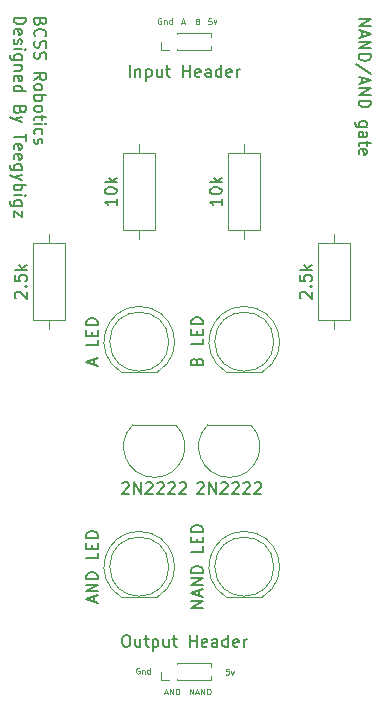
<source format=gbr>
%TF.GenerationSoftware,KiCad,Pcbnew,(5.1.10)-1*%
%TF.CreationDate,2021-11-19T11:23:01-05:00*%
%TF.ProjectId,N AND gate,4e20414e-4420-4676-9174-652e6b696361,rev?*%
%TF.SameCoordinates,Original*%
%TF.FileFunction,Legend,Top*%
%TF.FilePolarity,Positive*%
%FSLAX46Y46*%
G04 Gerber Fmt 4.6, Leading zero omitted, Abs format (unit mm)*
G04 Created by KiCad (PCBNEW (5.1.10)-1) date 2021-11-19 11:23:01*
%MOMM*%
%LPD*%
G01*
G04 APERTURE LIST*
%ADD10C,0.150000*%
%ADD11C,0.100000*%
%ADD12C,0.120000*%
G04 APERTURE END LIST*
D10*
X186237619Y-61595714D02*
X187237619Y-61595714D01*
X186237619Y-62167142D01*
X187237619Y-62167142D01*
X186523333Y-62595714D02*
X186523333Y-63071904D01*
X186237619Y-62500476D02*
X187237619Y-62833809D01*
X186237619Y-63167142D01*
X186237619Y-63500476D02*
X187237619Y-63500476D01*
X186237619Y-64071904D01*
X187237619Y-64071904D01*
X186237619Y-64548095D02*
X187237619Y-64548095D01*
X187237619Y-64786190D01*
X187190000Y-64929047D01*
X187094761Y-65024285D01*
X186999523Y-65071904D01*
X186809047Y-65119523D01*
X186666190Y-65119523D01*
X186475714Y-65071904D01*
X186380476Y-65024285D01*
X186285238Y-64929047D01*
X186237619Y-64786190D01*
X186237619Y-64548095D01*
X187285238Y-66262380D02*
X185999523Y-65405238D01*
X186523333Y-66548095D02*
X186523333Y-67024285D01*
X186237619Y-66452857D02*
X187237619Y-66786190D01*
X186237619Y-67119523D01*
X186237619Y-67452857D02*
X187237619Y-67452857D01*
X186237619Y-68024285D01*
X187237619Y-68024285D01*
X186237619Y-68500476D02*
X187237619Y-68500476D01*
X187237619Y-68738571D01*
X187190000Y-68881428D01*
X187094761Y-68976666D01*
X186999523Y-69024285D01*
X186809047Y-69071904D01*
X186666190Y-69071904D01*
X186475714Y-69024285D01*
X186380476Y-68976666D01*
X186285238Y-68881428D01*
X186237619Y-68738571D01*
X186237619Y-68500476D01*
X186904285Y-70690952D02*
X186094761Y-70690952D01*
X185999523Y-70643333D01*
X185951904Y-70595714D01*
X185904285Y-70500476D01*
X185904285Y-70357619D01*
X185951904Y-70262380D01*
X186285238Y-70690952D02*
X186237619Y-70595714D01*
X186237619Y-70405238D01*
X186285238Y-70310000D01*
X186332857Y-70262380D01*
X186428095Y-70214761D01*
X186713809Y-70214761D01*
X186809047Y-70262380D01*
X186856666Y-70310000D01*
X186904285Y-70405238D01*
X186904285Y-70595714D01*
X186856666Y-70690952D01*
X186237619Y-71595714D02*
X186761428Y-71595714D01*
X186856666Y-71548095D01*
X186904285Y-71452857D01*
X186904285Y-71262380D01*
X186856666Y-71167142D01*
X186285238Y-71595714D02*
X186237619Y-71500476D01*
X186237619Y-71262380D01*
X186285238Y-71167142D01*
X186380476Y-71119523D01*
X186475714Y-71119523D01*
X186570952Y-71167142D01*
X186618571Y-71262380D01*
X186618571Y-71500476D01*
X186666190Y-71595714D01*
X186904285Y-71929047D02*
X186904285Y-72310000D01*
X187237619Y-72071904D02*
X186380476Y-72071904D01*
X186285238Y-72119523D01*
X186237619Y-72214761D01*
X186237619Y-72310000D01*
X186285238Y-73024285D02*
X186237619Y-72929047D01*
X186237619Y-72738571D01*
X186285238Y-72643333D01*
X186380476Y-72595714D01*
X186761428Y-72595714D01*
X186856666Y-72643333D01*
X186904285Y-72738571D01*
X186904285Y-72929047D01*
X186856666Y-73024285D01*
X186761428Y-73071904D01*
X186666190Y-73071904D01*
X186570952Y-72595714D01*
X159275221Y-61815349D02*
X159227602Y-61958206D01*
X159179983Y-62005825D01*
X159084745Y-62053444D01*
X158941888Y-62053444D01*
X158846650Y-62005825D01*
X158799031Y-61958206D01*
X158751412Y-61862968D01*
X158751412Y-61482016D01*
X159751412Y-61482016D01*
X159751412Y-61815349D01*
X159703793Y-61910587D01*
X159656173Y-61958206D01*
X159560935Y-62005825D01*
X159465697Y-62005825D01*
X159370459Y-61958206D01*
X159322840Y-61910587D01*
X159275221Y-61815349D01*
X159275221Y-61482016D01*
X158846650Y-63053444D02*
X158799031Y-63005825D01*
X158751412Y-62862968D01*
X158751412Y-62767730D01*
X158799031Y-62624873D01*
X158894269Y-62529635D01*
X158989507Y-62482016D01*
X159179983Y-62434397D01*
X159322840Y-62434397D01*
X159513316Y-62482016D01*
X159608554Y-62529635D01*
X159703793Y-62624873D01*
X159751412Y-62767730D01*
X159751412Y-62862968D01*
X159703793Y-63005825D01*
X159656173Y-63053444D01*
X158799031Y-63434397D02*
X158751412Y-63577254D01*
X158751412Y-63815349D01*
X158799031Y-63910587D01*
X158846650Y-63958206D01*
X158941888Y-64005825D01*
X159037126Y-64005825D01*
X159132364Y-63958206D01*
X159179983Y-63910587D01*
X159227602Y-63815349D01*
X159275221Y-63624873D01*
X159322840Y-63529635D01*
X159370459Y-63482016D01*
X159465697Y-63434397D01*
X159560935Y-63434397D01*
X159656173Y-63482016D01*
X159703793Y-63529635D01*
X159751412Y-63624873D01*
X159751412Y-63862968D01*
X159703793Y-64005825D01*
X158799031Y-64386778D02*
X158751412Y-64529635D01*
X158751412Y-64767730D01*
X158799031Y-64862968D01*
X158846650Y-64910587D01*
X158941888Y-64958206D01*
X159037126Y-64958206D01*
X159132364Y-64910587D01*
X159179983Y-64862968D01*
X159227602Y-64767730D01*
X159275221Y-64577254D01*
X159322840Y-64482016D01*
X159370459Y-64434397D01*
X159465697Y-64386778D01*
X159560935Y-64386778D01*
X159656173Y-64434397D01*
X159703793Y-64482016D01*
X159751412Y-64577254D01*
X159751412Y-64815349D01*
X159703793Y-64958206D01*
X158751412Y-66720111D02*
X159227602Y-66386778D01*
X158751412Y-66148682D02*
X159751412Y-66148682D01*
X159751412Y-66529635D01*
X159703793Y-66624873D01*
X159656173Y-66672492D01*
X159560935Y-66720111D01*
X159418078Y-66720111D01*
X159322840Y-66672492D01*
X159275221Y-66624873D01*
X159227602Y-66529635D01*
X159227602Y-66148682D01*
X158751412Y-67291540D02*
X158799031Y-67196301D01*
X158846650Y-67148682D01*
X158941888Y-67101063D01*
X159227602Y-67101063D01*
X159322840Y-67148682D01*
X159370459Y-67196301D01*
X159418078Y-67291540D01*
X159418078Y-67434397D01*
X159370459Y-67529635D01*
X159322840Y-67577254D01*
X159227602Y-67624873D01*
X158941888Y-67624873D01*
X158846650Y-67577254D01*
X158799031Y-67529635D01*
X158751412Y-67434397D01*
X158751412Y-67291540D01*
X158751412Y-68053444D02*
X159751412Y-68053444D01*
X159370459Y-68053444D02*
X159418078Y-68148682D01*
X159418078Y-68339159D01*
X159370459Y-68434397D01*
X159322840Y-68482016D01*
X159227602Y-68529635D01*
X158941888Y-68529635D01*
X158846650Y-68482016D01*
X158799031Y-68434397D01*
X158751412Y-68339159D01*
X158751412Y-68148682D01*
X158799031Y-68053444D01*
X158751412Y-69101063D02*
X158799031Y-69005825D01*
X158846650Y-68958206D01*
X158941888Y-68910587D01*
X159227602Y-68910587D01*
X159322840Y-68958206D01*
X159370459Y-69005825D01*
X159418078Y-69101063D01*
X159418078Y-69243920D01*
X159370459Y-69339159D01*
X159322840Y-69386778D01*
X159227602Y-69434397D01*
X158941888Y-69434397D01*
X158846650Y-69386778D01*
X158799031Y-69339159D01*
X158751412Y-69243920D01*
X158751412Y-69101063D01*
X159418078Y-69720111D02*
X159418078Y-70101063D01*
X159751412Y-69862968D02*
X158894269Y-69862968D01*
X158799031Y-69910587D01*
X158751412Y-70005825D01*
X158751412Y-70101063D01*
X158751412Y-70434397D02*
X159418078Y-70434397D01*
X159751412Y-70434397D02*
X159703793Y-70386778D01*
X159656173Y-70434397D01*
X159703793Y-70482016D01*
X159751412Y-70434397D01*
X159656173Y-70434397D01*
X158799031Y-71339159D02*
X158751412Y-71243920D01*
X158751412Y-71053444D01*
X158799031Y-70958206D01*
X158846650Y-70910587D01*
X158941888Y-70862968D01*
X159227602Y-70862968D01*
X159322840Y-70910587D01*
X159370459Y-70958206D01*
X159418078Y-71053444D01*
X159418078Y-71243920D01*
X159370459Y-71339159D01*
X158799031Y-71720111D02*
X158751412Y-71815349D01*
X158751412Y-72005825D01*
X158799031Y-72101063D01*
X158894269Y-72148682D01*
X158941888Y-72148682D01*
X159037126Y-72101063D01*
X159084745Y-72005825D01*
X159084745Y-71862968D01*
X159132364Y-71767730D01*
X159227602Y-71720111D01*
X159275221Y-71720111D01*
X159370459Y-71767730D01*
X159418078Y-71862968D01*
X159418078Y-72005825D01*
X159370459Y-72101063D01*
X157027619Y-61469047D02*
X158027619Y-61469047D01*
X158027619Y-61707142D01*
X157980000Y-61850000D01*
X157884761Y-61945238D01*
X157789523Y-61992857D01*
X157599047Y-62040476D01*
X157456190Y-62040476D01*
X157265714Y-61992857D01*
X157170476Y-61945238D01*
X157075238Y-61850000D01*
X157027619Y-61707142D01*
X157027619Y-61469047D01*
X157075238Y-62850000D02*
X157027619Y-62754761D01*
X157027619Y-62564285D01*
X157075238Y-62469047D01*
X157170476Y-62421428D01*
X157551428Y-62421428D01*
X157646666Y-62469047D01*
X157694285Y-62564285D01*
X157694285Y-62754761D01*
X157646666Y-62850000D01*
X157551428Y-62897619D01*
X157456190Y-62897619D01*
X157360952Y-62421428D01*
X157075238Y-63278571D02*
X157027619Y-63373809D01*
X157027619Y-63564285D01*
X157075238Y-63659523D01*
X157170476Y-63707142D01*
X157218095Y-63707142D01*
X157313333Y-63659523D01*
X157360952Y-63564285D01*
X157360952Y-63421428D01*
X157408571Y-63326190D01*
X157503809Y-63278571D01*
X157551428Y-63278571D01*
X157646666Y-63326190D01*
X157694285Y-63421428D01*
X157694285Y-63564285D01*
X157646666Y-63659523D01*
X157027619Y-64135714D02*
X157694285Y-64135714D01*
X158027619Y-64135714D02*
X157980000Y-64088095D01*
X157932380Y-64135714D01*
X157980000Y-64183333D01*
X158027619Y-64135714D01*
X157932380Y-64135714D01*
X157694285Y-65040476D02*
X156884761Y-65040476D01*
X156789523Y-64992857D01*
X156741904Y-64945238D01*
X156694285Y-64850000D01*
X156694285Y-64707142D01*
X156741904Y-64611904D01*
X157075238Y-65040476D02*
X157027619Y-64945238D01*
X157027619Y-64754761D01*
X157075238Y-64659523D01*
X157122857Y-64611904D01*
X157218095Y-64564285D01*
X157503809Y-64564285D01*
X157599047Y-64611904D01*
X157646666Y-64659523D01*
X157694285Y-64754761D01*
X157694285Y-64945238D01*
X157646666Y-65040476D01*
X157694285Y-65516666D02*
X157027619Y-65516666D01*
X157599047Y-65516666D02*
X157646666Y-65564285D01*
X157694285Y-65659523D01*
X157694285Y-65802380D01*
X157646666Y-65897619D01*
X157551428Y-65945238D01*
X157027619Y-65945238D01*
X157075238Y-66802380D02*
X157027619Y-66707142D01*
X157027619Y-66516666D01*
X157075238Y-66421428D01*
X157170476Y-66373809D01*
X157551428Y-66373809D01*
X157646666Y-66421428D01*
X157694285Y-66516666D01*
X157694285Y-66707142D01*
X157646666Y-66802380D01*
X157551428Y-66850000D01*
X157456190Y-66850000D01*
X157360952Y-66373809D01*
X157027619Y-67707142D02*
X158027619Y-67707142D01*
X157075238Y-67707142D02*
X157027619Y-67611904D01*
X157027619Y-67421428D01*
X157075238Y-67326190D01*
X157122857Y-67278571D01*
X157218095Y-67230952D01*
X157503809Y-67230952D01*
X157599047Y-67278571D01*
X157646666Y-67326190D01*
X157694285Y-67421428D01*
X157694285Y-67611904D01*
X157646666Y-67707142D01*
X157551428Y-69278571D02*
X157503809Y-69421428D01*
X157456190Y-69469047D01*
X157360952Y-69516666D01*
X157218095Y-69516666D01*
X157122857Y-69469047D01*
X157075238Y-69421428D01*
X157027619Y-69326190D01*
X157027619Y-68945238D01*
X158027619Y-68945238D01*
X158027619Y-69278571D01*
X157980000Y-69373809D01*
X157932380Y-69421428D01*
X157837142Y-69469047D01*
X157741904Y-69469047D01*
X157646666Y-69421428D01*
X157599047Y-69373809D01*
X157551428Y-69278571D01*
X157551428Y-68945238D01*
X157694285Y-69850000D02*
X157027619Y-70088095D01*
X157694285Y-70326190D02*
X157027619Y-70088095D01*
X156789523Y-69992857D01*
X156741904Y-69945238D01*
X156694285Y-69850000D01*
X158027619Y-71326190D02*
X158027619Y-71897619D01*
X157027619Y-71611904D02*
X158027619Y-71611904D01*
X157075238Y-72611904D02*
X157027619Y-72516666D01*
X157027619Y-72326190D01*
X157075238Y-72230952D01*
X157170476Y-72183333D01*
X157551428Y-72183333D01*
X157646666Y-72230952D01*
X157694285Y-72326190D01*
X157694285Y-72516666D01*
X157646666Y-72611904D01*
X157551428Y-72659523D01*
X157456190Y-72659523D01*
X157360952Y-72183333D01*
X157075238Y-73469047D02*
X157027619Y-73373809D01*
X157027619Y-73183333D01*
X157075238Y-73088095D01*
X157170476Y-73040476D01*
X157551428Y-73040476D01*
X157646666Y-73088095D01*
X157694285Y-73183333D01*
X157694285Y-73373809D01*
X157646666Y-73469047D01*
X157551428Y-73516666D01*
X157456190Y-73516666D01*
X157360952Y-73040476D01*
X157694285Y-74373809D02*
X156884761Y-74373809D01*
X156789523Y-74326190D01*
X156741904Y-74278571D01*
X156694285Y-74183333D01*
X156694285Y-74040476D01*
X156741904Y-73945238D01*
X157075238Y-74373809D02*
X157027619Y-74278571D01*
X157027619Y-74088095D01*
X157075238Y-73992857D01*
X157122857Y-73945238D01*
X157218095Y-73897619D01*
X157503809Y-73897619D01*
X157599047Y-73945238D01*
X157646666Y-73992857D01*
X157694285Y-74088095D01*
X157694285Y-74278571D01*
X157646666Y-74373809D01*
X157694285Y-74754761D02*
X157027619Y-74992857D01*
X157694285Y-75230952D02*
X157027619Y-74992857D01*
X156789523Y-74897619D01*
X156741904Y-74850000D01*
X156694285Y-74754761D01*
X157027619Y-75611904D02*
X158027619Y-75611904D01*
X157646666Y-75611904D02*
X157694285Y-75707142D01*
X157694285Y-75897619D01*
X157646666Y-75992857D01*
X157599047Y-76040476D01*
X157503809Y-76088095D01*
X157218095Y-76088095D01*
X157122857Y-76040476D01*
X157075238Y-75992857D01*
X157027619Y-75897619D01*
X157027619Y-75707142D01*
X157075238Y-75611904D01*
X157027619Y-76516666D02*
X157694285Y-76516666D01*
X158027619Y-76516666D02*
X157980000Y-76469047D01*
X157932380Y-76516666D01*
X157980000Y-76564285D01*
X158027619Y-76516666D01*
X157932380Y-76516666D01*
X157694285Y-77421428D02*
X156884761Y-77421428D01*
X156789523Y-77373809D01*
X156741904Y-77326190D01*
X156694285Y-77230952D01*
X156694285Y-77088095D01*
X156741904Y-76992857D01*
X157075238Y-77421428D02*
X157027619Y-77326190D01*
X157027619Y-77135714D01*
X157075238Y-77040476D01*
X157122857Y-76992857D01*
X157218095Y-76945238D01*
X157503809Y-76945238D01*
X157599047Y-76992857D01*
X157646666Y-77040476D01*
X157694285Y-77135714D01*
X157694285Y-77326190D01*
X157646666Y-77421428D01*
X157694285Y-77802380D02*
X157694285Y-78326190D01*
X157027619Y-77802380D01*
X157027619Y-78326190D01*
D11*
X175212825Y-116579715D02*
X174974730Y-116579715D01*
X174950920Y-116817810D01*
X174974730Y-116794001D01*
X175022349Y-116770191D01*
X175141396Y-116770191D01*
X175189015Y-116794001D01*
X175212825Y-116817810D01*
X175236634Y-116865429D01*
X175236634Y-116984477D01*
X175212825Y-117032096D01*
X175189015Y-117055905D01*
X175141396Y-117079715D01*
X175022349Y-117079715D01*
X174974730Y-117055905D01*
X174950920Y-117032096D01*
X175403301Y-116746382D02*
X175522349Y-117079715D01*
X175641396Y-116746382D01*
X171923297Y-118767783D02*
X171923297Y-118267783D01*
X172209011Y-118767783D01*
X172209011Y-118267783D01*
X172423297Y-118624926D02*
X172661392Y-118624926D01*
X172375678Y-118767783D02*
X172542345Y-118267783D01*
X172709011Y-118767783D01*
X172875678Y-118767783D02*
X172875678Y-118267783D01*
X173161392Y-118767783D01*
X173161392Y-118267783D01*
X173399487Y-118767783D02*
X173399487Y-118267783D01*
X173518535Y-118267783D01*
X173589964Y-118291593D01*
X173637583Y-118339212D01*
X173661392Y-118386831D01*
X173685202Y-118482069D01*
X173685202Y-118553497D01*
X173661392Y-118648735D01*
X173637583Y-118696354D01*
X173589964Y-118743973D01*
X173518535Y-118767783D01*
X173399487Y-118767783D01*
X169749867Y-118624926D02*
X169987962Y-118624926D01*
X169702248Y-118767783D02*
X169868915Y-118267783D01*
X170035581Y-118767783D01*
X170202248Y-118767783D02*
X170202248Y-118267783D01*
X170487962Y-118767783D01*
X170487962Y-118267783D01*
X170726058Y-118767783D02*
X170726058Y-118267783D01*
X170845105Y-118267783D01*
X170916534Y-118291593D01*
X170964153Y-118339212D01*
X170987962Y-118386831D01*
X171011772Y-118482069D01*
X171011772Y-118553497D01*
X170987962Y-118648735D01*
X170964153Y-118696354D01*
X170916534Y-118743973D01*
X170845105Y-118767783D01*
X170726058Y-118767783D01*
X167647867Y-116539218D02*
X167600248Y-116515408D01*
X167528819Y-116515408D01*
X167457391Y-116539218D01*
X167409772Y-116586837D01*
X167385962Y-116634456D01*
X167362153Y-116729694D01*
X167362153Y-116801122D01*
X167385962Y-116896360D01*
X167409772Y-116943979D01*
X167457391Y-116991598D01*
X167528819Y-117015408D01*
X167576438Y-117015408D01*
X167647867Y-116991598D01*
X167671676Y-116967789D01*
X167671676Y-116801122D01*
X167576438Y-116801122D01*
X167885962Y-116682075D02*
X167885962Y-117015408D01*
X167885962Y-116729694D02*
X167909772Y-116705884D01*
X167957391Y-116682075D01*
X168028819Y-116682075D01*
X168076438Y-116705884D01*
X168100248Y-116753503D01*
X168100248Y-117015408D01*
X168552629Y-117015408D02*
X168552629Y-116515408D01*
X168552629Y-116991598D02*
X168505010Y-117015408D01*
X168409772Y-117015408D01*
X168362153Y-116991598D01*
X168338343Y-116967789D01*
X168314534Y-116920170D01*
X168314534Y-116777313D01*
X168338343Y-116729694D01*
X168362153Y-116705884D01*
X168409772Y-116682075D01*
X168505010Y-116682075D01*
X168552629Y-116705884D01*
X173744453Y-61532702D02*
X173506358Y-61532702D01*
X173482548Y-61770797D01*
X173506358Y-61746988D01*
X173553977Y-61723178D01*
X173673024Y-61723178D01*
X173720643Y-61746988D01*
X173744453Y-61770797D01*
X173768262Y-61818416D01*
X173768262Y-61937464D01*
X173744453Y-61985083D01*
X173720643Y-62008892D01*
X173673024Y-62032702D01*
X173553977Y-62032702D01*
X173506358Y-62008892D01*
X173482548Y-61985083D01*
X173934929Y-61699369D02*
X174053977Y-62032702D01*
X174173024Y-61699369D01*
X172620659Y-61782090D02*
X172692087Y-61805900D01*
X172715897Y-61829709D01*
X172739706Y-61877328D01*
X172739706Y-61948757D01*
X172715897Y-61996376D01*
X172692087Y-62020185D01*
X172644468Y-62043995D01*
X172453992Y-62043995D01*
X172453992Y-61543995D01*
X172620659Y-61543995D01*
X172668278Y-61567805D01*
X172692087Y-61591614D01*
X172715897Y-61639233D01*
X172715897Y-61686852D01*
X172692087Y-61734471D01*
X172668278Y-61758281D01*
X172620659Y-61782090D01*
X172453992Y-61782090D01*
X171246254Y-61878552D02*
X171484349Y-61878552D01*
X171198635Y-62021409D02*
X171365302Y-61521409D01*
X171531968Y-62021409D01*
X169496733Y-61522633D02*
X169449114Y-61498823D01*
X169377685Y-61498823D01*
X169306257Y-61522633D01*
X169258638Y-61570252D01*
X169234828Y-61617871D01*
X169211019Y-61713109D01*
X169211019Y-61784537D01*
X169234828Y-61879775D01*
X169258638Y-61927394D01*
X169306257Y-61975013D01*
X169377685Y-61998823D01*
X169425304Y-61998823D01*
X169496733Y-61975013D01*
X169520542Y-61951204D01*
X169520542Y-61784537D01*
X169425304Y-61784537D01*
X169734828Y-61665490D02*
X169734828Y-61998823D01*
X169734828Y-61713109D02*
X169758638Y-61689299D01*
X169806257Y-61665490D01*
X169877685Y-61665490D01*
X169925304Y-61689299D01*
X169949114Y-61736918D01*
X169949114Y-61998823D01*
X170401495Y-61998823D02*
X170401495Y-61498823D01*
X170401495Y-61975013D02*
X170353876Y-61998823D01*
X170258638Y-61998823D01*
X170211019Y-61975013D01*
X170187209Y-61951204D01*
X170163400Y-61903585D01*
X170163400Y-61760728D01*
X170187209Y-61713109D01*
X170211019Y-61689299D01*
X170258638Y-61665490D01*
X170353876Y-61665490D01*
X170401495Y-61689299D01*
D12*
%TO.C,NAND LED*%
X174985000Y-110510000D02*
X178075000Y-110510000D01*
X179030000Y-107950000D02*
G75*
G03*
X179030000Y-107950000I-2500000J0D01*
G01*
X176529538Y-104960000D02*
G75*
G02*
X178074830Y-110510000I462J-2990000D01*
G01*
X176530462Y-104960000D02*
G75*
G03*
X174985170Y-110510000I-462J-2990000D01*
G01*
%TO.C,AND LED*%
X166095000Y-110510000D02*
X169185000Y-110510000D01*
X170140000Y-107950000D02*
G75*
G03*
X170140000Y-107950000I-2500000J0D01*
G01*
X167639538Y-104960000D02*
G75*
G02*
X169184830Y-110510000I462J-2990000D01*
G01*
X167640462Y-104960000D02*
G75*
G03*
X166095170Y-110510000I-462J-2990000D01*
G01*
%TO.C,Output Header*%
X169495000Y-117535000D02*
X169495000Y-116840000D01*
X170180000Y-117535000D02*
X169495000Y-117535000D01*
X170865000Y-116231724D02*
X170865000Y-116145000D01*
X170865000Y-117535000D02*
X170865000Y-117448276D01*
X170865000Y-116145000D02*
X173740000Y-116145000D01*
X170865000Y-117535000D02*
X173740000Y-117535000D01*
X173740000Y-116445507D02*
X173740000Y-116145000D01*
X173740000Y-117535000D02*
X173740000Y-117234493D01*
%TO.C,Input Header*%
X169495000Y-64195000D02*
X169495000Y-63500000D01*
X170180000Y-64195000D02*
X169495000Y-64195000D01*
X170865000Y-62891724D02*
X170865000Y-62805000D01*
X170865000Y-64195000D02*
X170865000Y-64108276D01*
X170865000Y-62805000D02*
X173740000Y-62805000D01*
X170865000Y-64195000D02*
X173740000Y-64195000D01*
X173740000Y-63105507D02*
X173740000Y-62805000D01*
X173740000Y-64195000D02*
X173740000Y-63894493D01*
%TO.C,2.5k*%
X184150000Y-79780000D02*
X184150000Y-80550000D01*
X184150000Y-87860000D02*
X184150000Y-87090000D01*
X182780000Y-80550000D02*
X182780000Y-87090000D01*
X185520000Y-80550000D02*
X182780000Y-80550000D01*
X185520000Y-87090000D02*
X185520000Y-80550000D01*
X182780000Y-87090000D02*
X185520000Y-87090000D01*
X160020000Y-79780000D02*
X160020000Y-80550000D01*
X160020000Y-87860000D02*
X160020000Y-87090000D01*
X158650000Y-80550000D02*
X158650000Y-87090000D01*
X161390000Y-80550000D02*
X158650000Y-80550000D01*
X161390000Y-87090000D02*
X161390000Y-80550000D01*
X158650000Y-87090000D02*
X161390000Y-87090000D01*
%TO.C,10k*%
X167640000Y-72160000D02*
X167640000Y-72930000D01*
X167640000Y-80240000D02*
X167640000Y-79470000D01*
X166270000Y-72930000D02*
X166270000Y-79470000D01*
X169010000Y-72930000D02*
X166270000Y-72930000D01*
X169010000Y-79470000D02*
X169010000Y-72930000D01*
X166270000Y-79470000D02*
X169010000Y-79470000D01*
X176530000Y-72160000D02*
X176530000Y-72930000D01*
X176530000Y-80240000D02*
X176530000Y-79470000D01*
X175160000Y-72930000D02*
X175160000Y-79470000D01*
X177900000Y-72930000D02*
X175160000Y-72930000D01*
X177900000Y-79470000D02*
X177900000Y-72930000D01*
X175160000Y-79470000D02*
X177900000Y-79470000D01*
%TO.C,A LED*%
X166095000Y-91460000D02*
X169185000Y-91460000D01*
X170140000Y-88900000D02*
G75*
G03*
X170140000Y-88900000I-2500000J0D01*
G01*
X167639538Y-85910000D02*
G75*
G02*
X169184830Y-91460000I462J-2990000D01*
G01*
X167640462Y-85910000D02*
G75*
G03*
X166095170Y-91460000I-462J-2990000D01*
G01*
%TO.C,B LED*%
X174985000Y-91460000D02*
X178075000Y-91460000D01*
X179030000Y-88900000D02*
G75*
G03*
X179030000Y-88900000I-2500000J0D01*
G01*
X176529538Y-85910000D02*
G75*
G02*
X178074830Y-91460000I462J-2990000D01*
G01*
X176530462Y-85910000D02*
G75*
G03*
X174985170Y-91460000I-462J-2990000D01*
G01*
%TO.C,2N2222*%
X170710000Y-95940000D02*
X167110000Y-95940000D01*
X167071522Y-95951522D02*
G75*
G03*
X168910000Y-100390000I1838478J-1838478D01*
G01*
X170748478Y-95951522D02*
G75*
G02*
X168910000Y-100390000I-1838478J-1838478D01*
G01*
X177060000Y-95940000D02*
X173460000Y-95940000D01*
X173421522Y-95951522D02*
G75*
G03*
X175260000Y-100390000I1838478J-1838478D01*
G01*
X177098478Y-95951522D02*
G75*
G02*
X175260000Y-100390000I-1838478J-1838478D01*
G01*
%TO.C,NAND LED*%
D10*
X173022380Y-111426190D02*
X172022380Y-111426190D01*
X173022380Y-110854761D01*
X172022380Y-110854761D01*
X172736666Y-110426190D02*
X172736666Y-109950000D01*
X173022380Y-110521428D02*
X172022380Y-110188095D01*
X173022380Y-109854761D01*
X173022380Y-109521428D02*
X172022380Y-109521428D01*
X173022380Y-108950000D01*
X172022380Y-108950000D01*
X173022380Y-108473809D02*
X172022380Y-108473809D01*
X172022380Y-108235714D01*
X172070000Y-108092857D01*
X172165238Y-107997619D01*
X172260476Y-107950000D01*
X172450952Y-107902380D01*
X172593809Y-107902380D01*
X172784285Y-107950000D01*
X172879523Y-107997619D01*
X172974761Y-108092857D01*
X173022380Y-108235714D01*
X173022380Y-108473809D01*
X173022380Y-106235714D02*
X173022380Y-106711904D01*
X172022380Y-106711904D01*
X172498571Y-105902380D02*
X172498571Y-105569047D01*
X173022380Y-105426190D02*
X173022380Y-105902380D01*
X172022380Y-105902380D01*
X172022380Y-105426190D01*
X173022380Y-104997619D02*
X172022380Y-104997619D01*
X172022380Y-104759523D01*
X172070000Y-104616666D01*
X172165238Y-104521428D01*
X172260476Y-104473809D01*
X172450952Y-104426190D01*
X172593809Y-104426190D01*
X172784285Y-104473809D01*
X172879523Y-104521428D01*
X172974761Y-104616666D01*
X173022380Y-104759523D01*
X173022380Y-104997619D01*
%TO.C,AND LED*%
X163846666Y-110950000D02*
X163846666Y-110473809D01*
X164132380Y-111045238D02*
X163132380Y-110711904D01*
X164132380Y-110378571D01*
X164132380Y-110045238D02*
X163132380Y-110045238D01*
X164132380Y-109473809D01*
X163132380Y-109473809D01*
X164132380Y-108997619D02*
X163132380Y-108997619D01*
X163132380Y-108759523D01*
X163180000Y-108616666D01*
X163275238Y-108521428D01*
X163370476Y-108473809D01*
X163560952Y-108426190D01*
X163703809Y-108426190D01*
X163894285Y-108473809D01*
X163989523Y-108521428D01*
X164084761Y-108616666D01*
X164132380Y-108759523D01*
X164132380Y-108997619D01*
X164132380Y-106759523D02*
X164132380Y-107235714D01*
X163132380Y-107235714D01*
X163608571Y-106426190D02*
X163608571Y-106092857D01*
X164132380Y-105950000D02*
X164132380Y-106426190D01*
X163132380Y-106426190D01*
X163132380Y-105950000D01*
X164132380Y-105521428D02*
X163132380Y-105521428D01*
X163132380Y-105283333D01*
X163180000Y-105140476D01*
X163275238Y-105045238D01*
X163370476Y-104997619D01*
X163560952Y-104950000D01*
X163703809Y-104950000D01*
X163894285Y-104997619D01*
X163989523Y-105045238D01*
X164084761Y-105140476D01*
X164132380Y-105283333D01*
X164132380Y-105521428D01*
%TO.C,Output Header*%
X166450000Y-113752380D02*
X166640476Y-113752380D01*
X166735714Y-113800000D01*
X166830952Y-113895238D01*
X166878571Y-114085714D01*
X166878571Y-114419047D01*
X166830952Y-114609523D01*
X166735714Y-114704761D01*
X166640476Y-114752380D01*
X166450000Y-114752380D01*
X166354761Y-114704761D01*
X166259523Y-114609523D01*
X166211904Y-114419047D01*
X166211904Y-114085714D01*
X166259523Y-113895238D01*
X166354761Y-113800000D01*
X166450000Y-113752380D01*
X167735714Y-114085714D02*
X167735714Y-114752380D01*
X167307142Y-114085714D02*
X167307142Y-114609523D01*
X167354761Y-114704761D01*
X167450000Y-114752380D01*
X167592857Y-114752380D01*
X167688095Y-114704761D01*
X167735714Y-114657142D01*
X168069047Y-114085714D02*
X168450000Y-114085714D01*
X168211904Y-113752380D02*
X168211904Y-114609523D01*
X168259523Y-114704761D01*
X168354761Y-114752380D01*
X168450000Y-114752380D01*
X168783333Y-114085714D02*
X168783333Y-115085714D01*
X168783333Y-114133333D02*
X168878571Y-114085714D01*
X169069047Y-114085714D01*
X169164285Y-114133333D01*
X169211904Y-114180952D01*
X169259523Y-114276190D01*
X169259523Y-114561904D01*
X169211904Y-114657142D01*
X169164285Y-114704761D01*
X169069047Y-114752380D01*
X168878571Y-114752380D01*
X168783333Y-114704761D01*
X170116666Y-114085714D02*
X170116666Y-114752380D01*
X169688095Y-114085714D02*
X169688095Y-114609523D01*
X169735714Y-114704761D01*
X169830952Y-114752380D01*
X169973809Y-114752380D01*
X170069047Y-114704761D01*
X170116666Y-114657142D01*
X170450000Y-114085714D02*
X170830952Y-114085714D01*
X170592857Y-113752380D02*
X170592857Y-114609523D01*
X170640476Y-114704761D01*
X170735714Y-114752380D01*
X170830952Y-114752380D01*
X171926190Y-114752380D02*
X171926190Y-113752380D01*
X171926190Y-114228571D02*
X172497619Y-114228571D01*
X172497619Y-114752380D02*
X172497619Y-113752380D01*
X173354761Y-114704761D02*
X173259523Y-114752380D01*
X173069047Y-114752380D01*
X172973809Y-114704761D01*
X172926190Y-114609523D01*
X172926190Y-114228571D01*
X172973809Y-114133333D01*
X173069047Y-114085714D01*
X173259523Y-114085714D01*
X173354761Y-114133333D01*
X173402380Y-114228571D01*
X173402380Y-114323809D01*
X172926190Y-114419047D01*
X174259523Y-114752380D02*
X174259523Y-114228571D01*
X174211904Y-114133333D01*
X174116666Y-114085714D01*
X173926190Y-114085714D01*
X173830952Y-114133333D01*
X174259523Y-114704761D02*
X174164285Y-114752380D01*
X173926190Y-114752380D01*
X173830952Y-114704761D01*
X173783333Y-114609523D01*
X173783333Y-114514285D01*
X173830952Y-114419047D01*
X173926190Y-114371428D01*
X174164285Y-114371428D01*
X174259523Y-114323809D01*
X175164285Y-114752380D02*
X175164285Y-113752380D01*
X175164285Y-114704761D02*
X175069047Y-114752380D01*
X174878571Y-114752380D01*
X174783333Y-114704761D01*
X174735714Y-114657142D01*
X174688095Y-114561904D01*
X174688095Y-114276190D01*
X174735714Y-114180952D01*
X174783333Y-114133333D01*
X174878571Y-114085714D01*
X175069047Y-114085714D01*
X175164285Y-114133333D01*
X176021428Y-114704761D02*
X175926190Y-114752380D01*
X175735714Y-114752380D01*
X175640476Y-114704761D01*
X175592857Y-114609523D01*
X175592857Y-114228571D01*
X175640476Y-114133333D01*
X175735714Y-114085714D01*
X175926190Y-114085714D01*
X176021428Y-114133333D01*
X176069047Y-114228571D01*
X176069047Y-114323809D01*
X175592857Y-114419047D01*
X176497619Y-114752380D02*
X176497619Y-114085714D01*
X176497619Y-114276190D02*
X176545238Y-114180952D01*
X176592857Y-114133333D01*
X176688095Y-114085714D01*
X176783333Y-114085714D01*
%TO.C,Input Header*%
X166830952Y-66492380D02*
X166830952Y-65492380D01*
X167307142Y-65825714D02*
X167307142Y-66492380D01*
X167307142Y-65920952D02*
X167354761Y-65873333D01*
X167450000Y-65825714D01*
X167592857Y-65825714D01*
X167688095Y-65873333D01*
X167735714Y-65968571D01*
X167735714Y-66492380D01*
X168211904Y-65825714D02*
X168211904Y-66825714D01*
X168211904Y-65873333D02*
X168307142Y-65825714D01*
X168497619Y-65825714D01*
X168592857Y-65873333D01*
X168640476Y-65920952D01*
X168688095Y-66016190D01*
X168688095Y-66301904D01*
X168640476Y-66397142D01*
X168592857Y-66444761D01*
X168497619Y-66492380D01*
X168307142Y-66492380D01*
X168211904Y-66444761D01*
X169545238Y-65825714D02*
X169545238Y-66492380D01*
X169116666Y-65825714D02*
X169116666Y-66349523D01*
X169164285Y-66444761D01*
X169259523Y-66492380D01*
X169402380Y-66492380D01*
X169497619Y-66444761D01*
X169545238Y-66397142D01*
X169878571Y-65825714D02*
X170259523Y-65825714D01*
X170021428Y-65492380D02*
X170021428Y-66349523D01*
X170069047Y-66444761D01*
X170164285Y-66492380D01*
X170259523Y-66492380D01*
X171354761Y-66492380D02*
X171354761Y-65492380D01*
X171354761Y-65968571D02*
X171926190Y-65968571D01*
X171926190Y-66492380D02*
X171926190Y-65492380D01*
X172783333Y-66444761D02*
X172688095Y-66492380D01*
X172497619Y-66492380D01*
X172402380Y-66444761D01*
X172354761Y-66349523D01*
X172354761Y-65968571D01*
X172402380Y-65873333D01*
X172497619Y-65825714D01*
X172688095Y-65825714D01*
X172783333Y-65873333D01*
X172830952Y-65968571D01*
X172830952Y-66063809D01*
X172354761Y-66159047D01*
X173688095Y-66492380D02*
X173688095Y-65968571D01*
X173640476Y-65873333D01*
X173545238Y-65825714D01*
X173354761Y-65825714D01*
X173259523Y-65873333D01*
X173688095Y-66444761D02*
X173592857Y-66492380D01*
X173354761Y-66492380D01*
X173259523Y-66444761D01*
X173211904Y-66349523D01*
X173211904Y-66254285D01*
X173259523Y-66159047D01*
X173354761Y-66111428D01*
X173592857Y-66111428D01*
X173688095Y-66063809D01*
X174592857Y-66492380D02*
X174592857Y-65492380D01*
X174592857Y-66444761D02*
X174497619Y-66492380D01*
X174307142Y-66492380D01*
X174211904Y-66444761D01*
X174164285Y-66397142D01*
X174116666Y-66301904D01*
X174116666Y-66016190D01*
X174164285Y-65920952D01*
X174211904Y-65873333D01*
X174307142Y-65825714D01*
X174497619Y-65825714D01*
X174592857Y-65873333D01*
X175450000Y-66444761D02*
X175354761Y-66492380D01*
X175164285Y-66492380D01*
X175069047Y-66444761D01*
X175021428Y-66349523D01*
X175021428Y-65968571D01*
X175069047Y-65873333D01*
X175164285Y-65825714D01*
X175354761Y-65825714D01*
X175450000Y-65873333D01*
X175497619Y-65968571D01*
X175497619Y-66063809D01*
X175021428Y-66159047D01*
X175926190Y-66492380D02*
X175926190Y-65825714D01*
X175926190Y-66016190D02*
X175973809Y-65920952D01*
X176021428Y-65873333D01*
X176116666Y-65825714D01*
X176211904Y-65825714D01*
%TO.C,2.5k*%
X181327619Y-85224761D02*
X181280000Y-85177142D01*
X181232380Y-85081904D01*
X181232380Y-84843809D01*
X181280000Y-84748571D01*
X181327619Y-84700952D01*
X181422857Y-84653333D01*
X181518095Y-84653333D01*
X181660952Y-84700952D01*
X182232380Y-85272380D01*
X182232380Y-84653333D01*
X182137142Y-84224761D02*
X182184761Y-84177142D01*
X182232380Y-84224761D01*
X182184761Y-84272380D01*
X182137142Y-84224761D01*
X182232380Y-84224761D01*
X181232380Y-83272380D02*
X181232380Y-83748571D01*
X181708571Y-83796190D01*
X181660952Y-83748571D01*
X181613333Y-83653333D01*
X181613333Y-83415238D01*
X181660952Y-83320000D01*
X181708571Y-83272380D01*
X181803809Y-83224761D01*
X182041904Y-83224761D01*
X182137142Y-83272380D01*
X182184761Y-83320000D01*
X182232380Y-83415238D01*
X182232380Y-83653333D01*
X182184761Y-83748571D01*
X182137142Y-83796190D01*
X182232380Y-82796190D02*
X181232380Y-82796190D01*
X181851428Y-82700952D02*
X182232380Y-82415238D01*
X181565714Y-82415238D02*
X181946666Y-82796190D01*
X157197619Y-85224761D02*
X157150000Y-85177142D01*
X157102380Y-85081904D01*
X157102380Y-84843809D01*
X157150000Y-84748571D01*
X157197619Y-84700952D01*
X157292857Y-84653333D01*
X157388095Y-84653333D01*
X157530952Y-84700952D01*
X158102380Y-85272380D01*
X158102380Y-84653333D01*
X158007142Y-84224761D02*
X158054761Y-84177142D01*
X158102380Y-84224761D01*
X158054761Y-84272380D01*
X158007142Y-84224761D01*
X158102380Y-84224761D01*
X157102380Y-83272380D02*
X157102380Y-83748571D01*
X157578571Y-83796190D01*
X157530952Y-83748571D01*
X157483333Y-83653333D01*
X157483333Y-83415238D01*
X157530952Y-83320000D01*
X157578571Y-83272380D01*
X157673809Y-83224761D01*
X157911904Y-83224761D01*
X158007142Y-83272380D01*
X158054761Y-83320000D01*
X158102380Y-83415238D01*
X158102380Y-83653333D01*
X158054761Y-83748571D01*
X158007142Y-83796190D01*
X158102380Y-82796190D02*
X157102380Y-82796190D01*
X157721428Y-82700952D02*
X158102380Y-82415238D01*
X157435714Y-82415238D02*
X157816666Y-82796190D01*
%TO.C,10k*%
X165722380Y-76795238D02*
X165722380Y-77366666D01*
X165722380Y-77080952D02*
X164722380Y-77080952D01*
X164865238Y-77176190D01*
X164960476Y-77271428D01*
X165008095Y-77366666D01*
X164722380Y-76176190D02*
X164722380Y-76080952D01*
X164770000Y-75985714D01*
X164817619Y-75938095D01*
X164912857Y-75890476D01*
X165103333Y-75842857D01*
X165341428Y-75842857D01*
X165531904Y-75890476D01*
X165627142Y-75938095D01*
X165674761Y-75985714D01*
X165722380Y-76080952D01*
X165722380Y-76176190D01*
X165674761Y-76271428D01*
X165627142Y-76319047D01*
X165531904Y-76366666D01*
X165341428Y-76414285D01*
X165103333Y-76414285D01*
X164912857Y-76366666D01*
X164817619Y-76319047D01*
X164770000Y-76271428D01*
X164722380Y-76176190D01*
X165722380Y-75414285D02*
X164722380Y-75414285D01*
X165341428Y-75319047D02*
X165722380Y-75033333D01*
X165055714Y-75033333D02*
X165436666Y-75414285D01*
X174612380Y-76795238D02*
X174612380Y-77366666D01*
X174612380Y-77080952D02*
X173612380Y-77080952D01*
X173755238Y-77176190D01*
X173850476Y-77271428D01*
X173898095Y-77366666D01*
X173612380Y-76176190D02*
X173612380Y-76080952D01*
X173660000Y-75985714D01*
X173707619Y-75938095D01*
X173802857Y-75890476D01*
X173993333Y-75842857D01*
X174231428Y-75842857D01*
X174421904Y-75890476D01*
X174517142Y-75938095D01*
X174564761Y-75985714D01*
X174612380Y-76080952D01*
X174612380Y-76176190D01*
X174564761Y-76271428D01*
X174517142Y-76319047D01*
X174421904Y-76366666D01*
X174231428Y-76414285D01*
X173993333Y-76414285D01*
X173802857Y-76366666D01*
X173707619Y-76319047D01*
X173660000Y-76271428D01*
X173612380Y-76176190D01*
X174612380Y-75414285D02*
X173612380Y-75414285D01*
X174231428Y-75319047D02*
X174612380Y-75033333D01*
X173945714Y-75033333D02*
X174326666Y-75414285D01*
%TO.C,A LED*%
X163846666Y-90876190D02*
X163846666Y-90400000D01*
X164132380Y-90971428D02*
X163132380Y-90638095D01*
X164132380Y-90304761D01*
X164132380Y-88733333D02*
X164132380Y-89209523D01*
X163132380Y-89209523D01*
X163608571Y-88400000D02*
X163608571Y-88066666D01*
X164132380Y-87923809D02*
X164132380Y-88400000D01*
X163132380Y-88400000D01*
X163132380Y-87923809D01*
X164132380Y-87495238D02*
X163132380Y-87495238D01*
X163132380Y-87257142D01*
X163180000Y-87114285D01*
X163275238Y-87019047D01*
X163370476Y-86971428D01*
X163560952Y-86923809D01*
X163703809Y-86923809D01*
X163894285Y-86971428D01*
X163989523Y-87019047D01*
X164084761Y-87114285D01*
X164132380Y-87257142D01*
X164132380Y-87495238D01*
%TO.C,B LED*%
X172498571Y-90566666D02*
X172546190Y-90423809D01*
X172593809Y-90376190D01*
X172689047Y-90328571D01*
X172831904Y-90328571D01*
X172927142Y-90376190D01*
X172974761Y-90423809D01*
X173022380Y-90519047D01*
X173022380Y-90900000D01*
X172022380Y-90900000D01*
X172022380Y-90566666D01*
X172070000Y-90471428D01*
X172117619Y-90423809D01*
X172212857Y-90376190D01*
X172308095Y-90376190D01*
X172403333Y-90423809D01*
X172450952Y-90471428D01*
X172498571Y-90566666D01*
X172498571Y-90900000D01*
X173022380Y-88661904D02*
X173022380Y-89138095D01*
X172022380Y-89138095D01*
X172498571Y-88328571D02*
X172498571Y-87995238D01*
X173022380Y-87852380D02*
X173022380Y-88328571D01*
X172022380Y-88328571D01*
X172022380Y-87852380D01*
X173022380Y-87423809D02*
X172022380Y-87423809D01*
X172022380Y-87185714D01*
X172070000Y-87042857D01*
X172165238Y-86947619D01*
X172260476Y-86900000D01*
X172450952Y-86852380D01*
X172593809Y-86852380D01*
X172784285Y-86900000D01*
X172879523Y-86947619D01*
X172974761Y-87042857D01*
X173022380Y-87185714D01*
X173022380Y-87423809D01*
%TO.C,2N2222*%
X166195714Y-100897619D02*
X166243333Y-100850000D01*
X166338571Y-100802380D01*
X166576666Y-100802380D01*
X166671904Y-100850000D01*
X166719523Y-100897619D01*
X166767142Y-100992857D01*
X166767142Y-101088095D01*
X166719523Y-101230952D01*
X166148095Y-101802380D01*
X166767142Y-101802380D01*
X167195714Y-101802380D02*
X167195714Y-100802380D01*
X167767142Y-101802380D01*
X167767142Y-100802380D01*
X168195714Y-100897619D02*
X168243333Y-100850000D01*
X168338571Y-100802380D01*
X168576666Y-100802380D01*
X168671904Y-100850000D01*
X168719523Y-100897619D01*
X168767142Y-100992857D01*
X168767142Y-101088095D01*
X168719523Y-101230952D01*
X168148095Y-101802380D01*
X168767142Y-101802380D01*
X169148095Y-100897619D02*
X169195714Y-100850000D01*
X169290952Y-100802380D01*
X169529047Y-100802380D01*
X169624285Y-100850000D01*
X169671904Y-100897619D01*
X169719523Y-100992857D01*
X169719523Y-101088095D01*
X169671904Y-101230952D01*
X169100476Y-101802380D01*
X169719523Y-101802380D01*
X170100476Y-100897619D02*
X170148095Y-100850000D01*
X170243333Y-100802380D01*
X170481428Y-100802380D01*
X170576666Y-100850000D01*
X170624285Y-100897619D01*
X170671904Y-100992857D01*
X170671904Y-101088095D01*
X170624285Y-101230952D01*
X170052857Y-101802380D01*
X170671904Y-101802380D01*
X171052857Y-100897619D02*
X171100476Y-100850000D01*
X171195714Y-100802380D01*
X171433809Y-100802380D01*
X171529047Y-100850000D01*
X171576666Y-100897619D01*
X171624285Y-100992857D01*
X171624285Y-101088095D01*
X171576666Y-101230952D01*
X171005238Y-101802380D01*
X171624285Y-101802380D01*
X172545714Y-100897619D02*
X172593333Y-100850000D01*
X172688571Y-100802380D01*
X172926666Y-100802380D01*
X173021904Y-100850000D01*
X173069523Y-100897619D01*
X173117142Y-100992857D01*
X173117142Y-101088095D01*
X173069523Y-101230952D01*
X172498095Y-101802380D01*
X173117142Y-101802380D01*
X173545714Y-101802380D02*
X173545714Y-100802380D01*
X174117142Y-101802380D01*
X174117142Y-100802380D01*
X174545714Y-100897619D02*
X174593333Y-100850000D01*
X174688571Y-100802380D01*
X174926666Y-100802380D01*
X175021904Y-100850000D01*
X175069523Y-100897619D01*
X175117142Y-100992857D01*
X175117142Y-101088095D01*
X175069523Y-101230952D01*
X174498095Y-101802380D01*
X175117142Y-101802380D01*
X175498095Y-100897619D02*
X175545714Y-100850000D01*
X175640952Y-100802380D01*
X175879047Y-100802380D01*
X175974285Y-100850000D01*
X176021904Y-100897619D01*
X176069523Y-100992857D01*
X176069523Y-101088095D01*
X176021904Y-101230952D01*
X175450476Y-101802380D01*
X176069523Y-101802380D01*
X176450476Y-100897619D02*
X176498095Y-100850000D01*
X176593333Y-100802380D01*
X176831428Y-100802380D01*
X176926666Y-100850000D01*
X176974285Y-100897619D01*
X177021904Y-100992857D01*
X177021904Y-101088095D01*
X176974285Y-101230952D01*
X176402857Y-101802380D01*
X177021904Y-101802380D01*
X177402857Y-100897619D02*
X177450476Y-100850000D01*
X177545714Y-100802380D01*
X177783809Y-100802380D01*
X177879047Y-100850000D01*
X177926666Y-100897619D01*
X177974285Y-100992857D01*
X177974285Y-101088095D01*
X177926666Y-101230952D01*
X177355238Y-101802380D01*
X177974285Y-101802380D01*
%TD*%
M02*

</source>
